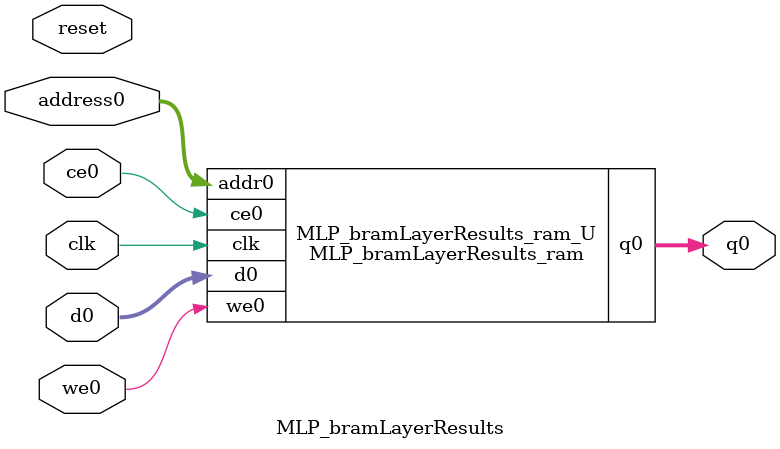
<source format=v>
`timescale 1 ns / 1 ps
module MLP_bramLayerResults_ram (addr0, ce0, d0, we0, q0,  clk);

parameter DWIDTH = 32;
parameter AWIDTH = 9;
parameter MEM_SIZE = 448;

input[AWIDTH-1:0] addr0;
input ce0;
input[DWIDTH-1:0] d0;
input we0;
output reg[DWIDTH-1:0] q0;
input clk;

(* ram_style = "block" *)reg [DWIDTH-1:0] ram[0:MEM_SIZE-1];




always @(posedge clk)  
begin 
    if (ce0) begin
        if (we0) 
            ram[addr0] <= d0; 
        q0 <= ram[addr0];
    end
end


endmodule

`timescale 1 ns / 1 ps
module MLP_bramLayerResults(
    reset,
    clk,
    address0,
    ce0,
    we0,
    d0,
    q0);

parameter DataWidth = 32'd32;
parameter AddressRange = 32'd448;
parameter AddressWidth = 32'd9;
input reset;
input clk;
input[AddressWidth - 1:0] address0;
input ce0;
input we0;
input[DataWidth - 1:0] d0;
output[DataWidth - 1:0] q0;



MLP_bramLayerResults_ram MLP_bramLayerResults_ram_U(
    .clk( clk ),
    .addr0( address0 ),
    .ce0( ce0 ),
    .we0( we0 ),
    .d0( d0 ),
    .q0( q0 ));

endmodule


</source>
